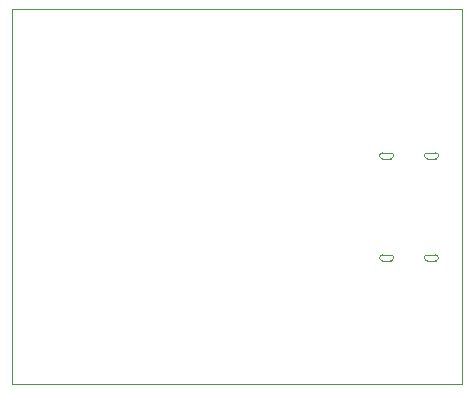
<source format=gbr>
%TF.GenerationSoftware,KiCad,Pcbnew,(5.1.6-0-10_14)*%
%TF.CreationDate,2020-10-03T02:43:04-05:00*%
%TF.ProjectId,usbc-power,75736263-2d70-46f7-9765-722e6b696361,rev?*%
%TF.SameCoordinates,Original*%
%TF.FileFunction,Profile,NP*%
%FSLAX46Y46*%
G04 Gerber Fmt 4.6, Leading zero omitted, Abs format (unit mm)*
G04 Created by KiCad (PCBNEW (5.1.6-0-10_14)) date 2020-10-03 02:43:04*
%MOMM*%
%LPD*%
G01*
G04 APERTURE LIST*
%TA.AperFunction,Profile*%
%ADD10C,0.050000*%
%TD*%
%TA.AperFunction,Profile*%
%ADD11C,0.100000*%
%TD*%
G04 APERTURE END LIST*
D10*
X119380000Y-68580000D02*
X120650000Y-68580000D01*
X119380000Y-69850000D02*
X119380000Y-68580000D01*
X119380000Y-100330000D02*
X119380000Y-99060000D01*
X120650000Y-100330000D02*
X119380000Y-100330000D01*
X157480000Y-99060000D02*
X157480000Y-100330000D01*
X157480000Y-68580000D02*
X157480000Y-69850000D01*
X119380000Y-69850000D02*
X119380000Y-99060000D01*
X157480000Y-68580000D02*
X120650000Y-68580000D01*
X120650000Y-100330000D02*
X157480000Y-100330000D01*
X157480000Y-99060000D02*
X157480000Y-69850000D01*
D11*
%TO.C,J1*%
X155280000Y-80730000D02*
X154580000Y-80730000D01*
X154580000Y-81230000D02*
X155280000Y-81230000D01*
X155280000Y-89370000D02*
X154580000Y-89370000D01*
X154580000Y-89870000D02*
X155280000Y-89870000D01*
X151480000Y-80730000D02*
X150780000Y-80730000D01*
X150780000Y-81230000D02*
X151480000Y-81230000D01*
X151480000Y-89370000D02*
X150780000Y-89370000D01*
X150780000Y-89870000D02*
X151480000Y-89870000D01*
X151480000Y-89870000D02*
G75*
G03*
X151730000Y-89620000I0J250000D01*
G01*
X151730000Y-89620000D02*
G75*
G03*
X151480000Y-89370000I-250000J0D01*
G01*
X150780000Y-89370000D02*
G75*
G03*
X150530000Y-89620000I0J-250000D01*
G01*
X150530000Y-89620000D02*
G75*
G03*
X150780000Y-89870000I250000J0D01*
G01*
X151480000Y-81230000D02*
G75*
G03*
X151730000Y-80980000I0J250000D01*
G01*
X151730000Y-80980000D02*
G75*
G03*
X151480000Y-80730000I-250000J0D01*
G01*
X150780000Y-80730000D02*
G75*
G03*
X150530000Y-80980000I0J-250000D01*
G01*
X150530000Y-80980000D02*
G75*
G03*
X150780000Y-81230000I250000J0D01*
G01*
X155280000Y-89870000D02*
G75*
G03*
X155530000Y-89620000I0J250000D01*
G01*
X155530000Y-89620000D02*
G75*
G03*
X155280000Y-89370000I-250000J0D01*
G01*
X154580000Y-89370000D02*
G75*
G03*
X154330000Y-89620000I0J-250000D01*
G01*
X154330000Y-89620000D02*
G75*
G03*
X154580000Y-89870000I250000J0D01*
G01*
X155280000Y-81230000D02*
G75*
G03*
X155530000Y-80980000I0J250000D01*
G01*
X155530000Y-80980000D02*
G75*
G03*
X155280000Y-80730000I-250000J0D01*
G01*
X154580000Y-80730000D02*
G75*
G03*
X154330000Y-80980000I0J-250000D01*
G01*
X154330000Y-80980000D02*
G75*
G03*
X154580000Y-81230000I250000J0D01*
G01*
%TD*%
M02*

</source>
